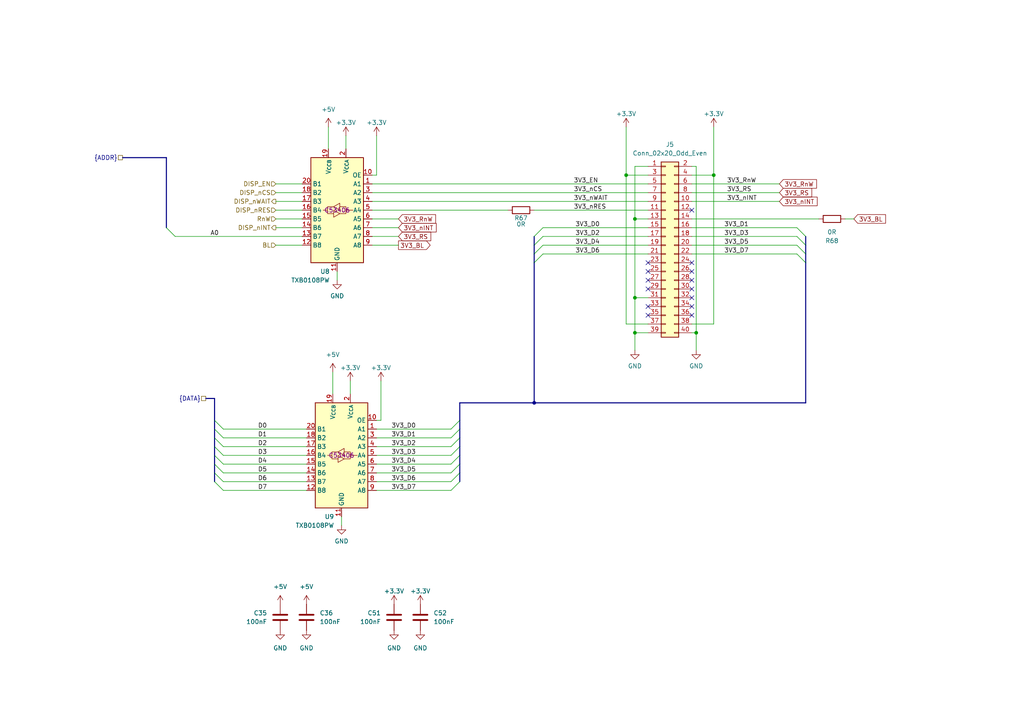
<source format=kicad_sch>
(kicad_sch (version 20250114) (generator "eeschema") (generator_version "9.0")
  (paper "A4")
  (lib_symbols
    (symbol "Connector_Generic:Conn_02x20_Odd_Even" (pin_names (offset 1.016) (hide yes))
      (property "Reference" "J" (at 1.27 25.4 0))
      (property "Value" "Conn_02x20_Odd_Even" (at 1.27 -27.94 0))
      (symbol "Conn_02x20_Odd_Even_1_1"
        (rectangle (start -1.27 24.13) (end 3.81 -26.67) (stroke (width 0.254)) (fill (type background)))
        (rectangle (start -1.27 22.987) (end 0 22.733) (stroke (width 0.1524)))
        (rectangle (start -1.27 20.447) (end 0 20.193) (stroke (width 0.1524)))
        (rectangle (start -1.27 17.907) (end 0 17.653) (stroke (width 0.1524)))
        (rectangle (start -1.27 15.367) (end 0 15.113) (stroke (width 0.1524)))
        (rectangle (start -1.27 12.827) (end 0 12.573) (stroke (width 0.1524)))
        (rectangle (start -1.27 10.287) (end 0 10.033) (stroke (width 0.1524)))
        (rectangle (start -1.27 7.747) (end 0 7.493) (stroke (width 0.1524)))
        (rectangle (start -1.27 5.207) (end 0 4.953) (stroke (width 0.1524)))
        (rectangle (start -1.27 2.667) (end 0 2.413) (stroke (width 0.1524)))
        (rectangle (start -1.27 0.127) (end 0 -0.127) (stroke (width 0.1524)))
        (rectangle (start -1.27 -2.413) (end 0 -2.667) (stroke (width 0.1524)))
        (rectangle (start -1.27 -4.953) (end 0 -5.207) (stroke (width 0.1524)))
        (rectangle (start -1.27 -7.493) (end 0 -7.747) (stroke (width 0.1524)))
        (rectangle (start -1.27 -10.033) (end 0 -10.287) (stroke (width 0.1524)))
        (rectangle (start -1.27 -12.573) (end 0 -12.827) (stroke (width 0.1524)))
        (rectangle (start -1.27 -15.113) (end 0 -15.367) (stroke (width 0.1524)))
        (rectangle (start -1.27 -17.653) (end 0 -17.907) (stroke (width 0.1524)))
        (rectangle (start -1.27 -20.193) (end 0 -20.447) (stroke (width 0.1524)))
        (rectangle (start -1.27 -22.733) (end 0 -22.987) (stroke (width 0.1524)))
        (rectangle (start -1.27 -25.273) (end 0 -25.527) (stroke (width 0.1524)))
        (rectangle (start 3.81 22.987) (end 2.54 22.733) (stroke (width 0.1524)))
        (rectangle (start 3.81 20.447) (end 2.54 20.193) (stroke (width 0.1524)))
        (rectangle (start 3.81 17.907) (end 2.54 17.653) (stroke (width 0.1524)))
        (rectangle (start 3.81 15.367) (end 2.54 15.113) (stroke (width 0.1524)))
        (rectangle (start 3.81 12.827) (end 2.54 12.573) (stroke (width 0.1524)))
        (rectangle (start 3.81 10.287) (end 2.54 10.033) (stroke (width 0.1524)))
        (rectangle (start 3.81 7.747) (end 2.54 7.493) (stroke (width 0.1524)))
        (rectangle (start 3.81 5.207) (end 2.54 4.953) (stroke (width 0.1524)))
        (rectangle (start 3.81 2.667) (end 2.54 2.413) (stroke (width 0.1524)))
        (rectangle (start 3.81 0.127) (end 2.54 -0.127) (stroke (width 0.1524)))
        (rectangle (start 3.81 -2.413) (end 2.54 -2.667) (stroke (width 0.1524)))
        (rectangle (start 3.81 -4.953) (end 2.54 -5.207) (stroke (width 0.1524)))
        (rectangle (start 3.81 -7.493) (end 2.54 -7.747) (stroke (width 0.1524)))
        (rectangle (start 3.81 -10.033) (end 2.54 -10.287) (stroke (width 0.1524)))
        (rectangle (start 3.81 -12.573) (end 2.54 -12.827) (stroke (width 0.1524)))
        (rectangle (start 3.81 -15.113) (end 2.54 -15.367) (stroke (width 0.1524)))
        (rectangle (start 3.81 -17.653) (end 2.54 -17.907) (stroke (width 0.1524)))
        (rectangle (start 3.81 -20.193) (end 2.54 -20.447) (stroke (width 0.1524)))
        (rectangle (start 3.81 -22.733) (end 2.54 -22.987) (stroke (width 0.1524)))
        (rectangle (start 3.81 -25.273) (end 2.54 -25.527) (stroke (width 0.1524)))
        (pin passive line (at -5.08 22.86 0) (length 3.81) (name "Pin_1") (number "1"))
        (pin passive line (at -5.08 20.32 0) (length 3.81) (name "Pin_3") (number "3"))
        (pin passive line (at -5.08 17.78 0) (length 3.81) (name "Pin_5") (number "5"))
        (pin passive line (at -5.08 15.24 0) (length 3.81) (name "Pin_7") (number "7"))
        (pin passive line (at -5.08 12.7 0) (length 3.81) (name "Pin_9") (number "9"))
        (pin passive line (at -5.08 10.16 0) (length 3.81) (name "Pin_11") (number "11"))
        (pin passive line (at -5.08 7.62 0) (length 3.81) (name "Pin_13") (number "13"))
        (pin passive line (at -5.08 5.08 0) (length 3.81) (name "Pin_15") (number "15"))
        (pin passive line (at -5.08 2.54 0) (length 3.81) (name "Pin_17") (number "17"))
        (pin passive line (at -5.08 0 0) (length 3.81) (name "Pin_19") (number "19"))
        (pin passive line (at -5.08 -2.54 0) (length 3.81) (name "Pin_21") (number "21"))
        (pin passive line (at -5.08 -5.08 0) (length 3.81) (name "Pin_23") (number "23"))
        (pin passive line (at -5.08 -7.62 0) (length 3.81) (name "Pin_25") (number "25"))
        (pin passive line (at -5.08 -10.16 0) (length 3.81) (name "Pin_27") (number "27"))
        (pin passive line (at -5.08 -12.7 0) (length 3.81) (name "Pin_29") (number "29"))
        (pin passive line (at -5.08 -15.24 0) (length 3.81) (name "Pin_31") (number "31"))
        (pin passive line (at -5.08 -17.78 0) (length 3.81) (name "Pin_33") (number "33"))
        (pin passive line (at -5.08 -20.32 0) (length 3.81) (name "Pin_35") (number "35"))
        (pin passive line (at -5.08 -22.86 0) (length 3.81) (name "Pin_37") (number "37"))
        (pin passive line (at -5.08 -25.4 0) (length 3.81) (name "Pin_39") (number "39"))
        (pin passive line (at 7.62 22.86 180) (length 3.81) (name "Pin_2") (number "2"))
        (pin passive line (at 7.62 20.32 180) (length 3.81) (name "Pin_4") (number "4"))
        (pin passive line (at 7.62 17.78 180) (length 3.81) (name "Pin_6") (number "6"))
        (pin passive line (at 7.62 15.24 180) (length 3.81) (name "Pin_8") (number "8"))
        (pin passive line (at 7.62 12.7 180) (length 3.81) (name "Pin_10") (number "10"))
        (pin passive line (at 7.62 10.16 180) (length 3.81) (name "Pin_12") (number "12"))
        (pin passive line (at 7.62 7.62 180) (length 3.81) (name "Pin_14") (number "14"))
        (pin passive line (at 7.62 5.08 180) (length 3.81) (name "Pin_16") (number "16"))
        (pin passive line (at 7.62 2.54 180) (length 3.81) (name "Pin_18") (number "18"))
        (pin passive line (at 7.62 0 180) (length 3.81) (name "Pin_20") (number "20"))
        (pin passive line (at 7.62 -2.54 180) (length 3.81) (name "Pin_22") (number "22"))
        (pin passive line (at 7.62 -5.08 180) (length 3.81) (name "Pin_24") (number "24"))
        (pin passive line (at 7.62 -7.62 180) (length 3.81) (name "Pin_26") (number "26"))
        (pin passive line (at 7.62 -10.16 180) (length 3.81) (name "Pin_28") (number "28"))
        (pin passive line (at 7.62 -12.7 180) (length 3.81) (name "Pin_30") (number "30"))
        (pin passive line (at 7.62 -15.24 180) (length 3.81) (name "Pin_32") (number "32"))
        (pin passive line (at 7.62 -17.78 180) (length 3.81) (name "Pin_34") (number "34"))
        (pin passive line (at 7.62 -20.32 180) (length 3.81) (name "Pin_36") (number "36"))
        (pin passive line (at 7.62 -22.86 180) (length 3.81) (name "Pin_38") (number "38"))
        (pin passive line (at 7.62 -25.4 180) (length 3.81) (name "Pin_40") (number "40"))
      )
    )
    (symbol "Device:C" (pin_numbers (hide yes)) (pin_names (offset 0.254))
      (property "Reference" "C" (at 0.635 2.54 0))
      (property "Value" "C" (at 0.635 -2.54 0))
      (symbol "C_0_1"
        (polyline (pts (xy -2.032 0.762) (xy 2.032 0.762)) (stroke (width 0.508)))
        (polyline (pts (xy -2.032 -0.762) (xy 2.032 -0.762)) (stroke (width 0.508)))
      )
      (symbol "C_1_1"
        (pin passive line (at 0 3.81 270) (length 2.794) (name "~") (number "1"))
        (pin passive line (at 0 -3.81 90) (length 2.794) (name "~") (number "2"))
      )
    )
    (symbol "Device:R" (pin_numbers (hide yes)) (pin_names (offset 0))
      (property "Reference" "R" (at 2.032 0 90))
      (property "Value" "R" (at 0 0 90))
      (symbol "R_0_1"
        (rectangle (start -1.016 -2.54) (end 1.016 2.54) (stroke (width 0.254)))
      )
      (symbol "R_1_1"
        (pin passive line (at 0 3.81 270) (length 1.27) (name "~") (number "1"))
        (pin passive line (at 0 -3.81 90) (length 1.27) (name "~") (number "2"))
      )
    )
    (symbol "Logic_LevelTranslator:TXB0108PW"
      (property "Reference" "U" (at -6.35 16.51 0))
      (property "Value" "TXB0108PW" (at 3.81 16.51 0))
      (symbol "TXB0108PW_0_1"
        (rectangle (start -7.62 15.24) (end 7.62 -15.24) (stroke (width 0.254)) (fill (type background)))
        (polyline (pts (xy -2.54 0) (xy -2.54 1.016) (xy -0.762 1.016)))
        (polyline (pts (xy -0.762 -1.016) (xy -2.54 -1.016) (xy -2.54 0) (xy -4.572 0)))
        (polyline (pts (xy -0.762 -1.016) (xy 1.016 0) (xy 1.016 -2.032) (xy -0.762 -1.016)))
        (polyline (pts (xy 1.016 1.016) (xy -0.762 0) (xy -0.762 2.032) (xy 1.016 1.016)))
        (polyline (pts (xy 1.016 1.016) (xy 2.794 1.016) (xy 2.794 0) (xy 4.064 0)))
        (polyline (pts (xy 2.794 0) (xy 2.794 -1.016) (xy 1.016 -1.016)))
      )
      (symbol "TXB0108PW_1_1"
        (pin input line (at -10.16 10.16 0) (length 2.54) (name "OE") (number "10"))
        (pin bidirectional line (at -10.16 7.62 0) (length 2.54) (name "A1") (number "1"))
        (pin bidirectional line (at -10.16 5.08 0) (length 2.54) (name "A2") (number "3"))
        (pin bidirectional line (at -10.16 2.54 0) (length 2.54) (name "A3") (number "4"))
        (pin bidirectional line (at -10.16 0 0) (length 2.54) (name "A4") (number "5"))
        (pin bidirectional line (at -10.16 -2.54 0) (length 2.54) (name "A5") (number "6"))
        (pin bidirectional line (at -10.16 -5.08 0) (length 2.54) (name "A6") (number "7"))
        (pin bidirectional line (at -10.16 -7.62 0) (length 2.54) (name "A7") (number "8"))
        (pin bidirectional line (at -10.16 -10.16 0) (length 2.54) (name "A8") (number "9"))
        (pin power_in line (at -2.54 17.78 270) (length 2.54) (name "V_{CCA}") (number "2"))
        (pin power_in line (at 0 -17.78 90) (length 2.54) (name "GND") (number "11"))
        (pin power_in line (at 2.54 17.78 270) (length 2.54) (name "V_{CCB}") (number "19"))
        (pin bidirectional line (at 10.16 7.62 180) (length 2.54) (name "B1") (number "20"))
        (pin bidirectional line (at 10.16 5.08 180) (length 2.54) (name "B2") (number "18"))
        (pin bidirectional line (at 10.16 2.54 180) (length 2.54) (name "B3") (number "17"))
        (pin bidirectional line (at 10.16 0 180) (length 2.54) (name "B4") (number "16"))
        (pin bidirectional line (at 10.16 -2.54 180) (length 2.54) (name "B5") (number "15"))
        (pin bidirectional line (at 10.16 -5.08 180) (length 2.54) (name "B6") (number "14"))
        (pin bidirectional line (at 10.16 -7.62 180) (length 2.54) (name "B7") (number "13"))
        (pin bidirectional line (at 10.16 -10.16 180) (length 2.54) (name "B8") (number "12"))
      )
    )
    (symbol "power:+3.3V" (power) (pin_names (offset 0))
      (property "Value" "+3.3V" (at 0 3.556 0))
      (symbol "+3.3V_0_1"
        (polyline (pts (xy -0.762 1.27) (xy 0 2.54)))
        (polyline (pts (xy 0 2.54) (xy 0.762 1.27)))
        (polyline (pts (xy 0 0) (xy 0 2.54)))
      )
      (symbol "+3.3V_1_1"
        (pin power_in line (at 0 0 90) (length 0) (hide yes) (name "+3.3V") (number "1"))
      )
    )
    (symbol "power:+5V" (power) (pin_names (offset 0))
      (property "Value" "+5V" (at 0 3.556 0))
      (symbol "+5V_0_1"
        (polyline (pts (xy -0.762 1.27) (xy 0 2.54)))
        (polyline (pts (xy 0 2.54) (xy 0.762 1.27)))
        (polyline (pts (xy 0 0) (xy 0 2.54)))
      )
      (symbol "+5V_1_1"
        (pin power_in line (at 0 0 90) (length 0) (hide yes) (name "+5V") (number "1"))
      )
    )
    (symbol "power:GND" (power) (pin_names (offset 0))
      (property "Value" "GND" (at 0 -3.81 0))
      (symbol "GND_0_1"
        (polyline (pts (xy 0 0) (xy 0 -1.27) (xy 1.27 -1.27) (xy 0 -2.54) (xy -1.27 -1.27) (xy 0 -1.27)))
      )
      (symbol "GND_1_1"
        (pin power_in line (at 0 0 270) (length 0) (hide yes) (name "GND") (number "1"))
      )
    )
  )
  (junction (at 184.15 86.36))
  (junction (at 201.93 96.52))
  (junction (at 207.01 50.8))
  (junction (at 154.94 116.84))
  (junction (at 184.15 63.5))
  (junction (at 181.61 50.8))
  (junction (at 184.15 96.52))
  (no_connect (at 187.96 88.9))
  (no_connect (at 200.66 83.82))
  (no_connect (at 200.66 78.74))
  (no_connect (at 200.66 81.28))
  (no_connect (at 187.96 83.82))
  (no_connect (at 187.96 78.74))
  (no_connect (at 187.96 76.2))
  (no_connect (at 200.66 76.2))
  (no_connect (at 187.96 81.28))
  (no_connect (at 200.66 60.96))
  (no_connect (at 200.66 88.9))
  (no_connect (at 200.66 91.44))
  (no_connect (at 200.66 86.36))
  (no_connect (at 187.96 91.44))
  (bus_entry (at 64.77 137.16) (size -2.54 -2.54))
  (bus_entry (at 130.81 132.08) (size 2.54 -2.54))
  (bus_entry (at 64.77 132.08) (size -2.54 -2.54))
  (bus_entry (at 231.14 66.04) (size 2.54 2.54))
  (bus_entry (at 48.26 66.04) (size 2.54 2.54))
  (bus_entry (at 130.81 134.62) (size 2.54 -2.54))
  (bus_entry (at 157.48 68.58) (size -2.54 2.54))
  (bus_entry (at 231.14 73.66) (size 2.54 2.54))
  (bus_entry (at 157.48 71.12) (size -2.54 2.54))
  (bus_entry (at 130.81 129.54) (size 2.54 -2.54))
  (bus_entry (at 157.48 66.04) (size -2.54 2.54))
  (bus_entry (at 130.81 124.46) (size 2.54 -2.54))
  (bus_entry (at 64.77 124.46) (size -2.54 -2.54))
  (bus_entry (at 157.48 73.66) (size -2.54 2.54))
  (bus_entry (at 130.81 139.7) (size 2.54 -2.54))
  (bus_entry (at 64.77 134.62) (size -2.54 -2.54))
  (bus_entry (at 130.81 137.16) (size 2.54 -2.54))
  (bus_entry (at 64.77 139.7) (size -2.54 -2.54))
  (bus_entry (at 64.77 127) (size -2.54 -2.54))
  (bus_entry (at 64.77 142.24) (size -2.54 -2.54))
  (bus_entry (at 231.14 68.58) (size 2.54 2.54))
  (bus_entry (at 130.81 127) (size 2.54 -2.54))
  (bus_entry (at 231.14 71.12) (size 2.54 2.54))
  (bus_entry (at 64.77 129.54) (size -2.54 -2.54))
  (bus_entry (at 130.81 142.24) (size 2.54 -2.54))
  (wire (pts (xy 187.96 93.98) (xy 181.61 93.98)))
  (bus (pts (xy 35.56 45.72) (xy 48.26 45.72)))
  (wire (pts (xy 245.11 63.5) (xy 247.65 63.5)))
  (wire (pts (xy 109.22 139.7) (xy 130.81 139.7)))
  (wire (pts (xy 115.57 68.58) (xy 107.95 68.58)))
  (bus (pts (xy 154.94 76.2) (xy 154.94 116.84)))
  (wire (pts (xy 50.8 68.58) (xy 87.63 68.58)))
  (wire (pts (xy 64.77 142.24) (xy 88.9 142.24)))
  (bus (pts (xy 233.68 76.2) (xy 233.68 116.84)))
  (bus (pts (xy 133.35 127) (xy 133.35 124.46)))
  (bus (pts (xy 62.23 127) (xy 62.23 129.54)))
  (wire (pts (xy 110.49 110.49) (xy 110.49 121.92)))
  (wire (pts (xy 157.48 66.04) (xy 187.96 66.04)))
  (wire (pts (xy 80.01 60.96) (xy 87.63 60.96)))
  (wire (pts (xy 109.22 121.92) (xy 110.49 121.92)))
  (bus (pts (xy 154.94 73.66) (xy 154.94 71.12)))
  (bus (pts (xy 233.68 73.66) (xy 233.68 76.2)))
  (bus (pts (xy 59.69 115.57) (xy 62.23 115.57)))
  (wire (pts (xy 157.48 71.12) (xy 187.96 71.12)))
  (wire (pts (xy 64.77 137.16) (xy 88.9 137.16)))
  (wire (pts (xy 200.66 93.98) (xy 207.01 93.98)))
  (wire (pts (xy 184.15 86.36) (xy 187.96 86.36)))
  (wire (pts (xy 154.94 60.96) (xy 187.96 60.96)))
  (bus (pts (xy 133.35 132.08) (xy 133.35 129.54)))
  (wire (pts (xy 80.01 66.04) (xy 87.63 66.04)))
  (wire (pts (xy 184.15 96.52) (xy 187.96 96.52)))
  (wire (pts (xy 96.52 107.95) (xy 96.52 114.3)))
  (wire (pts (xy 187.96 50.8) (xy 181.61 50.8)))
  (bus (pts (xy 233.68 116.84) (xy 154.94 116.84)))
  (wire (pts (xy 64.77 124.46) (xy 88.9 124.46)))
  (wire (pts (xy 107.95 71.12) (xy 115.57 71.12)))
  (wire (pts (xy 200.66 48.26) (xy 201.93 48.26)))
  (bus (pts (xy 233.68 73.66) (xy 233.68 71.12)))
  (wire (pts (xy 101.6 110.49) (xy 101.6 114.3)))
  (wire (pts (xy 107.95 50.8) (xy 109.22 50.8)))
  (wire (pts (xy 200.66 96.52) (xy 201.93 96.52)))
  (wire (pts (xy 80.01 58.42) (xy 87.63 58.42)))
  (bus (pts (xy 62.23 121.92) (xy 62.23 124.46)))
  (wire (pts (xy 231.14 71.12) (xy 200.66 71.12)))
  (wire (pts (xy 231.14 73.66) (xy 200.66 73.66)))
  (wire (pts (xy 109.22 39.37) (xy 109.22 50.8)))
  (bus (pts (xy 62.23 124.46) (xy 62.23 127)))
  (wire (pts (xy 80.01 53.34) (xy 87.63 53.34)))
  (bus (pts (xy 133.35 139.7) (xy 133.35 137.16)))
  (wire (pts (xy 184.15 101.6) (xy 184.15 96.52)))
  (bus (pts (xy 133.35 134.62) (xy 133.35 132.08)))
  (wire (pts (xy 201.93 48.26) (xy 201.93 96.52)))
  (bus (pts (xy 133.35 129.54) (xy 133.35 127)))
  (wire (pts (xy 64.77 139.7) (xy 88.9 139.7)))
  (wire (pts (xy 109.22 124.46) (xy 130.81 124.46)))
  (wire (pts (xy 184.15 48.26) (xy 184.15 63.5)))
  (wire (pts (xy 80.01 71.12) (xy 87.63 71.12)))
  (bus (pts (xy 133.35 124.46) (xy 133.35 121.92)))
  (wire (pts (xy 64.77 129.54) (xy 88.9 129.54)))
  (bus (pts (xy 62.23 134.62) (xy 62.23 137.16)))
  (wire (pts (xy 107.95 60.96) (xy 147.32 60.96)))
  (wire (pts (xy 157.48 68.58) (xy 187.96 68.58)))
  (bus (pts (xy 62.23 137.16) (xy 62.23 139.7)))
  (bus (pts (xy 233.68 71.12) (xy 233.68 68.58)))
  (wire (pts (xy 64.77 127) (xy 88.9 127)))
  (wire (pts (xy 231.14 66.04) (xy 200.66 66.04)))
  (wire (pts (xy 231.14 68.58) (xy 200.66 68.58)))
  (wire (pts (xy 109.22 142.24) (xy 130.81 142.24)))
  (wire (pts (xy 64.77 134.62) (xy 88.9 134.62)))
  (wire (pts (xy 187.96 48.26) (xy 184.15 48.26)))
  (wire (pts (xy 115.57 66.04) (xy 107.95 66.04)))
  (wire (pts (xy 181.61 93.98) (xy 181.61 50.8)))
  (wire (pts (xy 184.15 63.5) (xy 187.96 63.5)))
  (wire (pts (xy 107.95 55.88) (xy 187.96 55.88)))
  (wire (pts (xy 97.79 78.74) (xy 97.79 81.28)))
  (bus (pts (xy 133.35 116.84) (xy 154.94 116.84)))
  (wire (pts (xy 80.01 63.5) (xy 87.63 63.5)))
  (wire (pts (xy 200.66 50.8) (xy 207.01 50.8)))
  (bus (pts (xy 133.35 137.16) (xy 133.35 134.62)))
  (wire (pts (xy 115.57 63.5) (xy 107.95 63.5)))
  (wire (pts (xy 201.93 96.52) (xy 201.93 101.6)))
  (wire (pts (xy 184.15 96.52) (xy 184.15 86.36)))
  (wire (pts (xy 109.22 129.54) (xy 130.81 129.54)))
  (wire (pts (xy 64.77 132.08) (xy 88.9 132.08)))
  (bus (pts (xy 62.23 132.08) (xy 62.23 134.62)))
  (bus (pts (xy 62.23 129.54) (xy 62.23 132.08)))
  (wire (pts (xy 200.66 63.5) (xy 237.49 63.5)))
  (bus (pts (xy 48.26 66.04) (xy 48.26 45.72)))
  (wire (pts (xy 184.15 86.36) (xy 184.15 63.5)))
  (wire (pts (xy 95.25 36.83) (xy 95.25 43.18)))
  (wire (pts (xy 80.01 55.88) (xy 87.63 55.88)))
  (bus (pts (xy 62.23 115.57) (xy 62.23 121.92)))
  (wire (pts (xy 200.66 55.88) (xy 226.06 55.88)))
  (wire (pts (xy 100.33 39.37) (xy 100.33 43.18)))
  (wire (pts (xy 181.61 36.83) (xy 181.61 50.8)))
  (wire (pts (xy 109.22 134.62) (xy 130.81 134.62)))
  (wire (pts (xy 109.22 137.16) (xy 130.81 137.16)))
  (wire (pts (xy 157.48 73.66) (xy 187.96 73.66)))
  (wire (pts (xy 109.22 127) (xy 130.81 127)))
  (wire (pts (xy 107.95 53.34) (xy 187.96 53.34)))
  (wire (pts (xy 107.95 58.42) (xy 187.96 58.42)))
  (bus (pts (xy 133.35 121.92) (xy 133.35 116.84)))
  (wire (pts (xy 109.22 132.08) (xy 130.81 132.08)))
  (wire (pts (xy 200.66 58.42) (xy 226.06 58.42)))
  (wire (pts (xy 99.06 149.86) (xy 99.06 152.4)))
  (wire (pts (xy 200.66 53.34) (xy 226.06 53.34)))
  (wire (pts (xy 207.01 93.98) (xy 207.01 50.8)))
  (wire (pts (xy 207.01 36.83) (xy 207.01 50.8)))
  (bus (pts (xy 154.94 71.12) (xy 154.94 68.58)))
  (bus (pts (xy 154.94 73.66) (xy 154.94 76.2)))
  (label "3V3_EN" (at 166.37 53.34 0))
  (label "D5" (at 77.47 137.16 180))
  (label "3V3_D2" (at 120.65 129.54 180))
  (label "3V3_D0" (at 173.99 66.04 180))
  (label "3V3_D1" (at 120.65 127 180))
  (label "3V3_D7" (at 120.65 142.24 180))
  (label "D4" (at 77.47 134.62 180))
  (label "3V3_D5" (at 217.17 71.12 180))
  (label "D2" (at 77.47 129.54 180))
  (label "D3" (at 77.47 132.08 180))
  (label "3V3_D7" (at 217.17 73.66 180))
  (label "3V3_D1" (at 217.17 66.04 180))
  (label "3V3_nINT" (at 210.82 58.42 0))
  (label "3V3_D6" (at 120.65 139.7 180))
  (label "3V3_D4" (at 120.65 134.62 180))
  (label "3V3_nWAIT" (at 166.37 58.42 0))
  (label "3V3_D2" (at 173.99 68.58 180))
  (label "D1" (at 77.47 127 180))
  (label "3V3_D4" (at 173.99 71.12 180))
  (label "3V3_nRES" (at 166.37 60.96 0))
  (label "3V3_RS" (at 210.82 55.88 0))
  (label "3V3_D5" (at 120.65 137.16 180))
  (label "3V3_RnW" (at 210.82 53.34 0))
  (label "3V3_D3" (at 217.17 68.58 180))
  (label "D0" (at 77.47 124.46 180))
  (label "3V3_nCS" (at 166.37 55.88 0))
  (label "D6" (at 77.47 139.7 180))
  (label "A0" (at 63.5 68.58 180))
  (label "3V3_D6" (at 173.99 73.66 180))
  (label "D7" (at 77.47 142.24 180))
  (label "3V3_D0" (at 120.65 124.46 180))
  (label "3V3_D3" (at 120.65 132.08 180))
  (global_label "3V3_BL" (shape input) (at 247.65 63.5 0) (property "Intersheetrefs" "${INTERSHEET_REFS}" (effects (hide yes))))
  (global_label "3V3_nINT" (shape input) (at 115.57 66.04 0) (property "Intersheetrefs" "${INTERSHEET_REFS}" (effects (hide yes))))
  (global_label "3V3_RS" (shape input) (at 115.57 68.58 0) (property "Intersheetrefs" "${INTERSHEET_REFS}" (effects (hide yes))))
  (global_label "3V3_RnW" (shape input) (at 115.57 63.5 0) (property "Intersheetrefs" "${INTERSHEET_REFS}" (effects (hide yes))))
  (global_label "3V3_RnW" (shape input) (at 226.06 53.34 0) (property "Intersheetrefs" "${INTERSHEET_REFS}" (effects (hide yes))))
  (global_label "3V3_BL" (shape output) (at 115.57 71.12 0) (property "Intersheetrefs" "${INTERSHEET_REFS}" (effects (hide yes))))
  (global_label "3V3_RS" (shape input) (at 226.06 55.88 0) (property "Intersheetrefs" "${INTERSHEET_REFS}" (effects (hide yes))))
  (global_label "3V3_nINT" (shape input) (at 226.06 58.42 0) (property "Intersheetrefs" "${INTERSHEET_REFS}" (effects (hide yes))))
  (hierarchical_label "DISP_nINT" (shape output) (at 80.01 66.04 180))
  (hierarchical_label "DISP_nWAIT" (shape output) (at 80.01 58.42 180))
  (hierarchical_label "{ADDR}" (shape passive) (at 35.56 45.72 180))
  (hierarchical_label "RnW" (shape input) (at 80.01 63.5 180))
  (hierarchical_label "DISP_nCS" (shape input) (at 80.01 55.88 180))
  (hierarchical_label "BL" (shape input) (at 80.01 71.12 180))
  (hierarchical_label "DISP_nRES" (shape input) (at 80.01 60.96 180))
  (hierarchical_label "{DATA}" (shape passive) (at 59.69 115.57 180))
  (hierarchical_label "DISP_EN" (shape input) (at 80.01 53.34 180))
  (symbol (lib_id "power:GND") (at 184.15 101.6 0) (mirror y) (unit 1)
    (property "Reference" "#PWR0149" (effects (hide yes)))
    (property "Value" "GND" (at 184.15 106.1625 0))
  )
  (symbol (lib_id "power:+3.3V") (at 207.01 36.83 0) (mirror y) (unit 1)
    (property "Reference" "#PWR0151" (effects (hide yes)))
    (property "Value" "+3.3V" (at 207.01 33.02 0))
  )
  (symbol (lib_id "Device:R") (at 151.13 60.96 90) (mirror x) (unit 1)
    (property "Reference" "R67" (at 151.13 63.246 90))
    (property "Value" "0R" (at 151.13 65.024 90))
    (property "Footprint" "Resistor_SMD:R_0402_1005Metric" (effects (hide yes)))
    (property "LCSC" "DNF" (effects (hide yes)))
  )
  (symbol (lib_id "Device:C") (at 88.9 179.07 0) (unit 1)
    (property "Reference" "C36" (at 92.71 177.7999 0) (effects (justify left)))
    (property "Value" "100nF" (at 92.71 180.3399 0) (effects (justify left)))
    (property "Footprint" "Capacitor_SMD:C_0603_1608Metric" (effects (hide yes)))
    (property "Description" "Unpolarized capacitor" (effects (hide yes)))
    (property "LCSC" "C49678" (effects (hide yes)))
  )
  (symbol (lib_id "power:+5V") (at 96.52 107.95 0) (unit 1)
    (property "Reference" "#PWR0141" (effects (hide yes)))
    (property "Value" "+5V" (at 96.52 102.87 0))
    (property "Description" "Power symbol creates a global label with name \"+5V\"" (effects (hide yes)))
  )
  (symbol (lib_id "power:GND") (at 81.28 182.88 0) (mirror y) (unit 1)
    (property "Reference" "#PWR0137" (effects (hide yes)))
    (property "Value" "GND" (at 81.28 187.96 0))
  )
  (symbol (lib_id "power:GND") (at 201.93 101.6 0) (mirror y) (unit 1)
    (property "Reference" "#PWR0150" (effects (hide yes)))
    (property "Value" "GND" (at 201.93 106.1625 0))
  )
  (symbol (lib_id "power:GND") (at 97.79 81.28 0) (mirror y) (unit 1)
    (property "Reference" "#PWR0142" (effects (hide yes)))
    (property "Value" "GND" (at 97.79 85.8425 0))
  )
  (symbol (lib_id "Connector_Generic:Conn_02x20_Odd_Even") (at 193.04 71.12 0) (unit 1)
    (property "Reference" "J5" (at 194.31 41.91 0))
    (property "Value" "Conn_02x20_Odd_Even" (at 194.31 44.45 0))
    (property "Footprint" "Connector_PinHeader_2.54mm:PinHeader_2x20_P2.54mm_Vertical" (effects (hide yes)))
    (property "Description" "Generic connector, double row, 02x20, odd/even pin numbering scheme (row 1 odd numbers, row 2 even numbers), script generated (kicad-library-utils/schlib/autogen/connector/)" (effects (hide yes)))
  )
  (symbol (lib_id "Device:C") (at 81.28 179.07 0) (mirror y) (unit 1)
    (property "Reference" "C35" (at 77.47 177.7999 0) (effects (justify left)))
    (property "Value" "100nF" (at 77.47 180.3399 0) (effects (justify left)))
    (property "Footprint" "Capacitor_SMD:C_0603_1608Metric" (effects (hide yes)))
    (property "Description" "Unpolarized capacitor" (effects (hide yes)))
    (property "LCSC" "C49678" (effects (hide yes)))
  )
  (symbol (lib_id "Logic_LevelTranslator:TXB0108PW") (at 99.06 132.08 0) (mirror y) (unit 1)
    (property "Reference" "U9" (at 96.9167 149.86 0) (effects (justify left)))
    (property "Value" "TXB0108PW" (at 96.9167 152.4 0) (effects (justify left)))
    (property "Footprint" "Package_SO:TSSOP-20_4.4x6.5mm_P0.65mm" (effects (hide yes)))
    (property "Datasheet" "http://www.ti.com/lit/ds/symlink/txb0108.pdf" (effects (hide yes)))
    (property "Description" "8-Bit Bidirectional Voltage-Level Translator, Auto Direction Sensing and ±15-kV ESD Protection, 1.2 - 3.6V APort, 1.65 - 5.5V BPort, TSSOP-20" (effects (hide yes)))
    (property "LCSC" "C53406" (at 99.06 132.08 0))
    (property "Mouser Part Number" "595-TXB0108PWR" (effects (hide yes)))
  )
  (symbol (lib_id "power:+3.3V") (at 100.33 39.37 0) (unit 1)
    (property "Reference" "#PWR0144" (effects (hide yes)))
    (property "Value" "+3.3V" (at 100.33 35.56 0))
  )
  (symbol (lib_id "power:+3.3V") (at 109.22 39.37 0) (unit 1)
    (property "Reference" "#PWR0146" (effects (hide yes)))
    (property "Value" "+3.3V" (at 109.22 35.56 0))
  )
  (symbol (lib_id "power:+5V") (at 81.28 175.26 0) (mirror y) (unit 1)
    (property "Reference" "#PWR0136" (effects (hide yes)))
    (property "Value" "+5V" (at 81.28 170.18 0))
  )
  (symbol (lib_id "Logic_LevelTranslator:TXB0108PW") (at 97.79 60.96 0) (mirror y) (unit 1)
    (property "Reference" "U8" (at 95.6467 78.74 0) (effects (justify left)))
    (property "Value" "TXB0108PW" (at 95.6467 81.28 0) (effects (justify left)))
    (property "Footprint" "Package_SO:TSSOP-20_4.4x6.5mm_P0.65mm" (effects (hide yes)))
    (property "Datasheet" "http://www.ti.com/lit/ds/symlink/txb0108.pdf" (effects (hide yes)))
    (property "Description" "8-Bit Bidirectional Voltage-Level Translator, Auto Direction Sensing and ±15-kV ESD Protection, 1.2 - 3.6V APort, 1.65 - 5.5V BPort, TSSOP-20" (effects (hide yes)))
    (property "LCSC" "C53406" (at 97.79 60.96 0))
    (property "Mouser Part Number" "595-TXB0108PWR" (effects (hide yes)))
  )
  (symbol (lib_id "power:GND") (at 114.3 182.88 0) (mirror y) (unit 1)
    (property "Reference" "#PWR0225" (effects (hide yes)))
    (property "Value" "GND" (at 114.3 187.96 0))
  )
  (symbol (lib_id "power:+3.3V") (at 181.61 36.83 0) (unit 1)
    (property "Reference" "#PWR0148" (effects (hide yes)))
    (property "Value" "+3.3V" (at 181.61 33.02 0))
  )
  (symbol (lib_id "power:+5V") (at 95.25 36.83 0) (unit 1)
    (property "Reference" "#PWR0140" (effects (hide yes)))
    (property "Value" "+5V" (at 95.25 31.75 0))
    (property "Description" "Power symbol creates a global label with name \"+5V\"" (effects (hide yes)))
  )
  (symbol (lib_id "Device:C") (at 121.92 179.07 0) (unit 1)
    (property "Reference" "C52" (at 125.73 177.7999 0) (effects (justify left)))
    (property "Value" "100nF" (at 125.73 180.3399 0) (effects (justify left)))
    (property "Footprint" "Capacitor_SMD:C_0603_1608Metric" (effects (hide yes)))
    (property "Description" "Unpolarized capacitor" (effects (hide yes)))
    (property "LCSC" "C49678" (effects (hide yes)))
  )
  (symbol (lib_id "Device:R") (at 241.3 63.5 270) (mirror x) (unit 1)
    (property "Reference" "R68" (at 241.3 69.85 90))
    (property "Value" "0R" (at 241.3 67.31 90))
    (property "Footprint" "Resistor_SMD:R_0402_1005Metric" (effects (hide yes)))
    (property "LCSC" "DNF" (effects (hide yes)))
  )
  (symbol (lib_id "power:GND") (at 88.9 182.88 0) (unit 1)
    (property "Reference" "#PWR0139" (effects (hide yes)))
    (property "Value" "GND" (at 88.9 187.96 0))
  )
  (symbol (lib_id "power:+3.3V") (at 101.6 110.49 0) (unit 1)
    (property "Reference" "#PWR0145" (effects (hide yes)))
    (property "Value" "+3.3V" (at 101.6 106.68 0))
  )
  (symbol (lib_id "Device:C") (at 114.3 179.07 0) (mirror y) (unit 1)
    (property "Reference" "C51" (at 110.49 177.7999 0) (effects (justify left)))
    (property "Value" "100nF" (at 110.49 180.3399 0) (effects (justify left)))
    (property "Footprint" "Capacitor_SMD:C_0603_1608Metric" (effects (hide yes)))
    (property "Description" "Unpolarized capacitor" (effects (hide yes)))
    (property "LCSC" "C49678" (effects (hide yes)))
  )
  (symbol (lib_id "power:GND") (at 121.92 182.88 0) (unit 1)
    (property "Reference" "#PWR0227" (effects (hide yes)))
    (property "Value" "GND" (at 121.92 187.96 0))
  )
  (symbol (lib_id "power:+3.3V") (at 110.49 110.49 0) (unit 1)
    (property "Reference" "#PWR0147" (effects (hide yes)))
    (property "Value" "+3.3V" (at 110.49 106.68 0))
  )
  (symbol (lib_id "power:GND") (at 99.06 152.4 0) (mirror y) (unit 1)
    (property "Reference" "#PWR0143" (effects (hide yes)))
    (property "Value" "GND" (at 99.06 156.9625 0))
  )
  (symbol (lib_id "power:+5V") (at 88.9 175.26 0) (unit 1)
    (property "Reference" "#PWR0138" (effects (hide yes)))
    (property "Value" "+5V" (at 88.9 170.18 0))
  )
  (symbol (lib_id "power:+3.3V") (at 121.92 175.26 0) (unit 1)
    (property "Reference" "#PWR0226" (effects (hide yes)))
    (property "Value" "+3.3V" (at 121.92 171.45 0))
  )
  (symbol (lib_id "power:+3.3V") (at 114.3 175.26 0) (unit 1)
    (property "Reference" "#PWR0224" (effects (hide yes)))
    (property "Value" "+3.3V" (at 114.3 171.45 0))
  )
)
</source>
